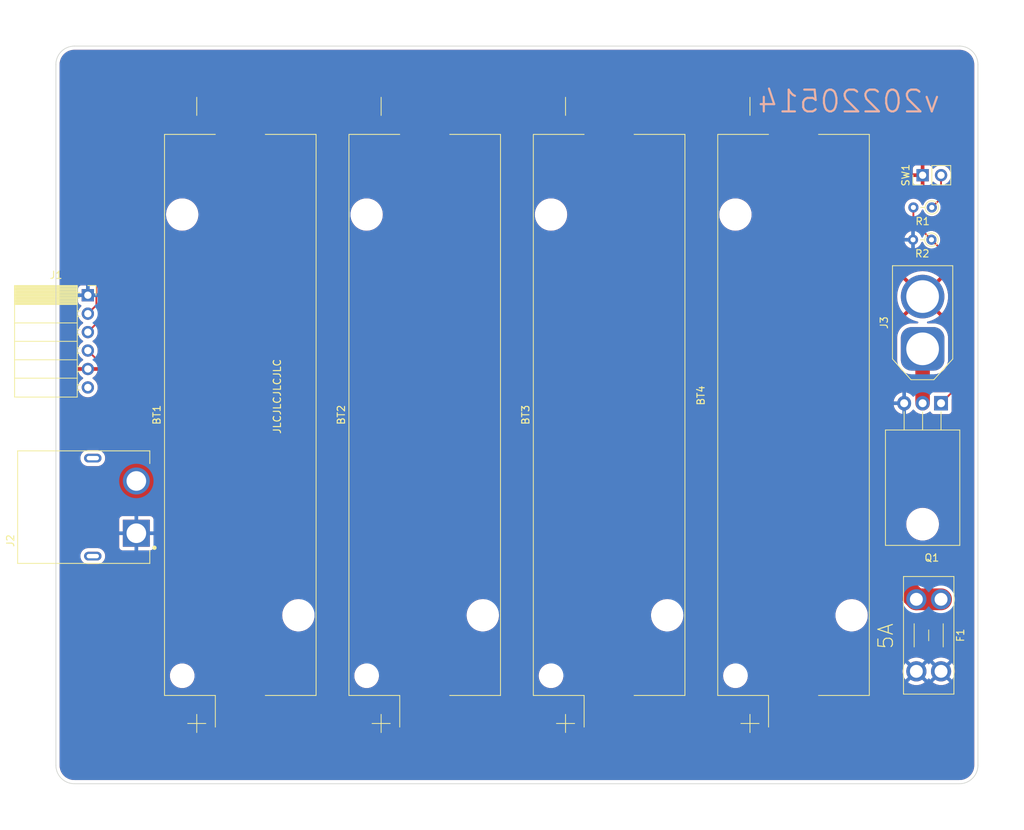
<source format=kicad_pcb>
(kicad_pcb (version 20211014) (generator pcbnew)
  (layers (0 "F.Cu" signal) (31 "B.Cu" signal) (34 "B.Paste" user) (35 "F.Paste" user) (36 "B.SilkS" user "B.Silkscreen") (37 "F.SilkS" user "F.Silkscreen") (38 "B.Mask" user) (39 "F.Mask" user) (44 "Edge.Cuts" user))
  (net 0 "")
  (net 1 "14.8VDC")
  (net 2 "11.1VDC")
  (net 3 "7.4VDC")
  (net 4 "3.7VDC")
  (net 5 "GND")
  (net 6 "HORN_RET")
  (net 7 "Net-(Q1-Pad1)")
  (net 8 "HORN_SW")
  (net 9 "Net-(BT4-Pad2)")
  (footprint "Connector_PinHeader_2.54mm:PinHeader_1x02_P2.54mm_Vertical" (layer "F.Cu") (at 170.18 68.58 90)
    (fp_text reference "SW1" (at 0 -2.33 90) (layer "F.SilkS"))
    (fp_text value "SW_SPST")
    (fp_line (start -1.33 -1.33) (end 0 -1.33) (layer "F.SilkS") (width 0.12))
    (fp_line (start -1.33 3.87) (end 1.33 3.87) (layer "F.SilkS") (width 0.12))
    (fp_line (start -1.33 1.27) (end -1.33 3.87) (layer "F.SilkS") (width 0.12))
    (fp_line (start 1.33 1.27) (end 1.33 3.87) (layer "F.SilkS") (width 0.12))
    (fp_line (start -1.33 1.27) (end 1.33 1.27) (layer "F.SilkS") (width 0.12))
    (fp_line (start -1.33 0) (end -1.33 -1.33) (layer "F.SilkS") (width 0.12))
    (pad "1" thru_hole rect (at 0 0 90) (size 1.7 1.7) (drill 1) (layers *.Cu *.Mask) (net 1 "14.8VDC"))
    (pad "2" thru_hole oval (at 0 2.54 90) (size 1.7 1.7) (drill 1) (layers *.Cu *.Mask) (net 8 "HORN_SW"))
  )
  (footprint "Battery:BatteryHolder_Keystone_1042_1x18650" (layer "F.Cu") (at 152.4 101.6 90)
    (fp_text reference "BT4" (at 2.675 -12.76 90) (layer "F.SilkS"))
    (fp_text value "Battery_Cell")
    (fp_line (start -38.64 -3.44) (end -43 -3.44) (layer "F.SilkS") (width 0.12))
    (fp_line (start -38.64 -10.44) (end -38.64 -3.44) (layer "F.SilkS") (width 0.12))
    (fp_line (start 38.64 10.44) (end -38.64 10.44) (layer "F.SilkS") (width 0.12))
    (fp_line (start -43.75 -6) (end -41.25 -6) (layer "F.SilkS") (width 0.12))
    (fp_line (start 38.64 -10.44) (end -38.64 -10.44) (layer "F.SilkS") (width 0.12))
    (fp_line (start 43.75 -6) (end 41.25 -6) (layer "F.SilkS") (width 0.12))
    (fp_line (start 38.64 -3.44) (end 38.64 -10.42) (layer "F.SilkS") (width 0.12))
    (fp_line (start -42.5 -4.75) (end -42.5 -7.25) (layer "F.SilkS") (width 0.12))
    (fp_line (start -38.64 10.44) (end -38.64 3.44) (layer "F.SilkS") (width 0.12))
    (fp_line (start 38.64 3.44) (end 38.64 10.44) (layer "F.SilkS") (width 0.12))
    (pad "" np_thru_hole circle (at -35.93 -8 90) (size 2.39 2.39) (drill 2.39) (layers *.Cu *.Mask))
    (pad "" np_thru_hole circle (at 27.6 -8 90) (size 3.45 3.45) (drill 3.45) (layers *.Cu *.Mask))
    (pad "" np_thru_hole circle (at -27.6 8 90) (size 3.45 3.45) (drill 3.45) (layers *.Cu *.Mask))
    (pad "1" smd rect (at -39.33 0 90) (size 7.34 6.35) (layers "F.Cu" "F.Paste" "F.Mask") (net 4 "3.7VDC"))
    (pad "2" smd rect (at 39.33 0 90) (size 7.34 6.35) (layers "F.Cu" "F.Paste" "F.Mask") (net 9 "Net-(BT4-Pad2)"))
  )
  (footprint "Connector_PinSocket_2.54mm:PinSocket_1x06_P2.54mm_Horizontal" (layer "F.Cu") (at 55.2 85.115)
    (fp_text reference "J1" (at -4.38 -2.77) (layer "F.SilkS"))
    (fp_text value "Conn_01x06_Female")
    (fp_line (start -1.46 4.72) (end -1.05 4.72) (layer "F.SilkS") (width 0.12))
    (fp_line (start -1.46 12.34) (end -1.05 12.34) (layer "F.SilkS") (width 0.12))
    (fp_line (start -1.46 0.36) (end -1.11 0.36) (layer "F.SilkS") (width 0.12))
    (fp_line (start -10.09 -0.02905) (end -1.46 -0.02905) (layer "F.SilkS") (width 0.12))
    (fp_line (start -10.09 1.1519) (end -1.46 1.1519) (layer "F.SilkS") (width 0.12))
    (fp_line (start -10.09 0.089045) (end -1.46 0.089045) (layer "F.SilkS") (width 0.12))
    (fp_line (start -10.09 0.797615) (end -1.46 0.797615) (layer "F.SilkS") (width 0.12))
    (fp_line (start -10.09 6.35) (end -1.46 6.35) (layer "F.SilkS") (width 0.12))
    (fp_line (start -10.09 1.27) (end -1.46 1.27) (layer "F.SilkS") (width 0.12))
    (fp_line (start -1.46 7.26) (end -1.05 7.26) (layer "F.SilkS") (width 0.12))
    (fp_line (start -10.09 0.20714) (end -1.46 0.20714) (layer "F.SilkS") (width 0.12))
    (fp_line (start -10.09 -0.855715) (end -1.46 -0.855715) (layer "F.SilkS") (width 0.12))
    (fp_line (start -1.46 2.18) (end -1.05 2.18) (layer "F.SilkS") (width 0.12))
    (fp_line (start -1.46 -0.36) (end -1.11 -0.36) (layer "F.SilkS") (width 0.12))
    (fp_line (start -10.09 11.43) (end -1.46 11.43) (layer "F.SilkS") (width 0.12))
    (fp_line (start -10.09 -0.26524) (end -1.46 -0.26524) (layer "F.SilkS") (width 0.12))
    (fp_line (start -1.46 2.9) (end -1.05 2.9) (layer "F.SilkS") (width 0.12))
    (fp_line (start -1.46 7.98) (end -1.05 7.98) (layer "F.SilkS") (width 0.12))
    (fp_line (start -10.09 14.03) (end -1.46 14.03) (layer "F.SilkS") (width 0.12))
    (fp_line (start -1.46 9.8) (end -1.05 9.8) (layer "F.SilkS") (width 0.12))
    (fp_line (start -10.09 0.44333) (end -1.46 0.44333) (layer "F.SilkS") (width 0.12))
    (fp_line (start -10.09 -1.21) (end -1.46 -1.21) (layer "F.SilkS") (width 0.12))
    (fp_line (start -1.46 5.44) (end -1.05 5.44) (layer "F.SilkS") (width 0.12))
    (fp_line (start -10.09 -1.33) (end -1.46 -1.33) (layer "F.SilkS") (width 0.12))
    (fp_line (start -1.46 13.06) (end -1.05 13.06) (layer "F.SilkS") (width 0.12))
    (fp_line (start -10.09 0.325235) (end -1.46 0.325235) (layer "F.SilkS") (width 0.12))
    (fp_line (start -10.09 -1.33) (end -10.09 14.03) (layer "F.SilkS") (width 0.12))
    (fp_line (start -10.09 -0.50143) (end -1.46 -0.50143) (layer "F.SilkS") (width 0.12))
    (fp_line (start -10.09 -0.619525) (end -1.46 -0.619525) (layer "F.SilkS") (width 0.12))
    (fp_line (start -1.46 10.52) (end -1.05 10.52) (layer "F.SilkS") (width 0.12))
    (fp_line (start -10.09 1.033805) (end -1.46 1.033805) (layer "F.SilkS") (width 0.12))
    (fp_line (start -10.09 -0.147145) (end -1.46 -0.147145) (layer "F.SilkS") (width 0.12))
    (fp_line (start -10.09 -0.97381) (end -1.46 -0.97381) (layer "F.SilkS") (width 0.12))
    (fp_line (start -10.09 -0.73762) (end -1.46 -0.73762) (layer "F.SilkS") (width 0.12))
    (fp_line (start -10.09 -1.091905) (end -1.46 -1.091905) (layer "F.SilkS") (width 0.12))
    (fp_line (start -10.09 0.561425) (end -1.46 0.561425) (layer "F.SilkS") (width 0.12))
    (fp_line (start -1.46 -1.33) (end -1.46 14.03) (layer "F.SilkS") (width 0.12))
    (fp_line (start 1.11 -1.33) (end 1.11 0) (layer "F.SilkS") (width 0.12))
    (fp_line (start -10.09 3.81) (end -1.46 3.81) (layer "F.SilkS") (width 0.12))
    (fp_line (start 0 -1.33) (end 1.11 -1.33) (layer "F.SilkS") (width 0.12))
    (fp_line (start -10.09 -0.383335) (end -1.46 -0.383335) (layer "F.SilkS") (width 0.12))
    (fp_line (start -10.09 8.89) (end -1.46 8.89) (layer "F.SilkS") (width 0.12))
    (fp_line (start -10.09 0.67952) (end -1.46 0.67952) (layer "F.SilkS") (width 0.12))
    (fp_line (start -10.09 0.91571) (end -1.46 0.91571) (layer "F.SilkS") (width 0.12))
    (pad "1" thru_hole rect (at 0 0) (size 1.7 1.7) (drill 1) (layers *.Cu *.Mask) (net 5 "GND"))
    (pad "2" thru_hole oval (at 0 2.54) (size 1.7 1.7) (drill 1) (layers *.Cu *.Mask) (net 4 "3.7VDC"))
    (pad "3" thru_hole oval (at 0 5.08) (size 1.7 1.7) (drill 1) (layers *.Cu *.Mask) (net 3 "7.4VDC"))
    (pad "4" thru_hole oval (at 0 7.62) (size 1.7 1.7) (drill 1) (layers *.Cu *.Mask) (net 2 "11.1VDC"))
    (pad "5" thru_hole oval (at 0 10.16) (size 1.7 1.7) (drill 1) (layers *.Cu *.Mask) (net 1 "14.8VDC"))
    (pad "6" thru_hole oval (at 0 12.7) (size 1.7 1.7) (drill 1) (layers *.Cu *.Mask))
  )
  (footprint "Battery:BatteryHolder_Keystone_1042_1x18650" (layer "F.Cu") (at 76.2 101.6 90)
    (fp_text reference "BT1" (at 0 -11.5 90) (layer "F.SilkS"))
    (fp_text value "Battery_Cell")
    (fp_line (start 38.64 -10.44) (end -38.64 -10.44) (layer "F.SilkS") (width 0.12))
    (fp_line (start 38.64 10.44) (end -38.64 10.44) (layer "F.SilkS") (width 0.12))
    (fp_line (start -38.64 -3.44) (end -43 -3.44) (layer "F.SilkS") (width 0.12))
    (fp_line (start -38.64 -10.44) (end -38.64 -3.44) (layer "F.SilkS") (width 0.12))
    (fp_line (start -42.5 -4.75) (end -42.5 -7.25) (layer "F.SilkS") (width 0.12))
    (fp_line (start 38.64 -3.44) (end 38.64 -10.42) (layer "F.SilkS") (width 0.12))
    (fp_line (start -43.75 -6) (end -41.25 -6) (layer "F.SilkS") (width 0.12))
    (fp_line (start 43.75 -6) (end 41.25 -6) (layer "F.SilkS") (width 0.12))
    (fp_line (start -38.64 10.44) (end -38.64 3.44) (layer "F.SilkS") (width 0.12))
    (fp_line (start 38.64 3.44) (end 38.64 10.44) (layer "F.SilkS") (width 0.12))
    (pad "" np_thru_hole circle (at -35.93 -8 90) (size 2.39 2.39) (drill 2.39) (layers *.Cu *.Mask))
    (pad "" np_thru_hole circle (at 27.6 -8 90) (size 3.45 3.45) (drill 3.45) (layers *.Cu *.Mask))
    (pad "" np_thru_hole circle (at -27.6 8 90) (size 3.45 3.45) (drill 3.45) (layers *.Cu *.Mask))
    (pad "1" smd rect (at -39.33 0 90) (size 7.34 6.35) (layers "F.Cu" "F.Paste" "F.Mask") (net 1 "14.8VDC"))
    (pad "2" smd rect (at 39.33 0 90) (size 7.34 6.35) (layers "F.Cu" "F.Paste" "F.Mask") (net 2 "11.1VDC"))
  )
  (footprint "Fuse:Fuseholder_Blade_Mini_Keystone_3568" (layer "F.Cu") (at 172.72 127 -90)
    (fp_text reference "F1" (at 4.96 -2.67 90) (layer "F.SilkS"))
    (fp_text value "10A")
    (fp_line (start -3.14 5.17) (end 13.06 5.17) (layer "F.SilkS") (width 0.12))
    (fp_line (start 13.06 -1.77) (end -3.14 -1.77) (layer "F.SilkS") (width 0.12))
    (fp_line (start 4.21 1.7) (end 5.71 1.7) (layer "F.SilkS") (width 0.12))
    (fp_line (start 3.36 -0.3) (end 6.56 -0.3) (layer "F.SilkS") (width 0.12))
    (fp_line (start 13.06 5.17) (end 13.06 -1.77) (layer "F.SilkS") (width 0.12))
    (fp_line (start 6.56 3.7) (end 3.36 3.7) (layer "F.SilkS") (width 0.12))
    (fp_line (start -3.14 -1.77) (end -3.14 5.17) (layer "F.SilkS") (width 0.12))
    (pad "1" thru_hole circle (at 0 0 270) (size 2.78 2.78) (drill 1.78) (layers *.Cu *.Mask) (net 9 "Net-(BT4-Pad2)"))
    (pad "1" thru_hole circle (at 0 3.4 270) (size 2.78 2.78) (drill 1.78) (layers *.Cu *.Mask) (net 9 "Net-(BT4-Pad2)"))
    (pad "2" thru_hole circle (at 9.92 0 270) (size 2.78 2.78) (drill 1.78) (layers *.Cu *.Mask) (net 5 "GND"))
    (pad "2" thru_hole circle (at 9.92 3.4 270) (size 2.78 2.78) (drill 1.78) (layers *.Cu *.Mask) (net 5 "GND"))
  )
  (footprint "Resistor_THT:R_Axial_DIN0204_L3.6mm_D1.6mm_P2.54mm_Vertical" (layer "F.Cu") (at 171.4 77.47 180)
    (fp_text reference "R2" (at 1.27 -1.92) (layer "F.SilkS"))
    (fp_text value "10k")
    (fp_line (start 0.92 0) (end 1.54 0) (layer "F.SilkS") (width 0.12))
    (fp_circle (center 0 0) (end 0.92 0) (layer "F.SilkS") (width 0.12) (fill none))
    (pad "1" thru_hole circle (at 0 0 180) (size 1.4 1.4) (drill 0.7) (layers *.Cu *.Mask) (net 7 "Net-(Q1-Pad1)"))
    (pad "2" thru_hole oval (at 2.54 0 180) (size 1.4 1.4) (drill 0.7) (layers *.Cu *.Mask) (net 5 "GND"))
  )
  (footprint "Battery:BatteryHolder_Keystone_1042_1x18650" (layer "F.Cu") (at 101.6 101.6 90)
    (fp_text reference "BT2" (at 0 -11.5 90) (layer "F.SilkS"))
    (fp_text value "Battery_Cell")
    (fp_line (start -38.64 -10.44) (end -38.64 -3.44) (layer "F.SilkS") (width 0.12))
    (fp_line (start 38.64 10.44) (end -38.64 10.44) (layer "F.SilkS") (width 0.12))
    (fp_line (start 38.64 3.44) (end 38.64 10.44) (layer "F.SilkS") (width 0.12))
    (fp_line (start -38.64 10.44) (end -38.64 3.44) (layer "F.SilkS") (width 0.12))
    (fp_line (start 38.64 -10.44) (end -38.64 -10.44) (layer "F.SilkS") (width 0.12))
    (fp_line (start -38.64 -3.44) (end -43 -3.44) (layer "F.SilkS") (width 0.12))
    (fp_line (start -43.75 -6) (end -41.25 -6) (layer "F.SilkS") (width 0.12))
    (fp_line (start -42.5 -4.75) (end -42.5 -7.25) (layer "F.SilkS") (width 0.12))
    (fp_line (start 43.75 -6) (end 41.25 -6) (layer "F.SilkS") (width 0.12))
    (fp_line (start 38.64 -3.44) (end 38.64 -10.42) (layer "F.SilkS") (width 0.12))
    (pad "" np_thru_hole circle (at -27.6 8 90) (size 3.45 3.45) (drill 3.45) (layers *.Cu *.Mask))
    (pad "" np_thru_hole circle (at -35.93 -8 90) (size 2.39 2.39) (drill 2.39) (layers *.Cu *.Mask))
    (pad "" np_thru_hole circle (at 27.6 -8 90) (size 3.45 3.45) (drill 3.45) (layers *.Cu *.Mask))
    (pad "1" smd rect (at -39.33 0 90) (size 7.34 6.35) (layers "F.Cu" "F.Paste" "F.Mask") (net 2 "11.1VDC"))
    (pad "2" smd rect (at 39.33 0 90) (size 7.34 6.35) (layers "F.Cu" "F.Paste" "F.Mask") (net 3 "7.4VDC"))
  )
  (footprint "Resistor_THT:R_Axial_DIN0204_L3.6mm_D1.6mm_P2.54mm_Vertical" (layer "F.Cu") (at 171.45 73.025 180)
    (fp_text reference "R1" (at 1.27 -1.92) (layer "F.SilkS"))
    (fp_text value "150")
    (fp_line (start 0.92 0) (end 1.54 0) (layer "F.SilkS") (width 0.12))
    (fp_circle (center 0 0) (end 0.92 0) (layer "F.SilkS") (width 0.12) (fill none))
    (pad "1" thru_hole circle (at 0 0 180) (size 1.4 1.4) (drill 0.7) (layers *.Cu *.Mask) (net 8 "HORN_SW"))
    (pad "2" thru_hole oval (at 2.54 0 180) (size 1.4 1.4) (drill 0.7) (layers *.Cu *.Mask) (net 7 "Net-(Q1-Pad1)"))
  )
  (footprint "Package_TO_SOT_THT:TO-220-3_Horizontal_TabDown" (layer "F.Cu") (at 172.72 99.99 180)
    (fp_text reference "Q1" (at 1.27 -21.295) (layer "F.SilkS"))
    (fp_text value "IRF540N")
    (fp_line (start 0 -3.69) (end 0 -1.15) (layer "F.SilkS") (width 0.12))
    (fp_line (start 5.08 -3.69) (end 5.08 -1.15) (layer "F.SilkS") (width 0.12))
    (fp_line (start -2.58 -19.58) (end -2.58 -3.69) (layer "F.SilkS") (width 0.12))
    (fp_line (start 7.66 -19.58) (end 7.66 -3.69) (layer "F.SilkS") (width 0.12))
    (fp_line (start 2.54 -3.69) (end 2.54 -1.15) (layer "F.SilkS") (width 0.12))
    (fp_line (start -2.58 -19.58) (end 7.66 -19.58) (layer "F.SilkS") (width 0.12))
    (fp_line (start -2.58 -3.69) (end 7.66 -3.69) (layer "F.SilkS") (width 0.12))
    (pad "" np_thru_hole oval (at 2.54 -16.66 180) (size 3.5 3.5) (drill 3.5) (layers *.Cu *.Mask))
    (pad "1" thru_hole rect (at 0 0 180) (size 1.905 2) (drill 1.1) (layers *.Cu *.Mask) (net 7 "Net-(Q1-Pad1)"))
    (pad "2" thru_hole oval (at 2.54 0 180) (size 1.905 2) (drill 1.1) (layers *.Cu *.Mask) (net 6 "HORN_RET"))
    (pad "3" thru_hole oval (at 5.08 0 180) (size 1.905 2) (drill 1.1) (layers *.Cu *.Mask) (net 5 "GND"))
  )
  (footprint "Connector_AMASS:AMASS_XT60-F_1x02_P7.20mm_Vertical" (layer "F.Cu") (at 170.18 92.5 90)
    (fp_text reference "J3" (at 3.6 -5.3 90) (layer "F.SilkS"))
    (fp_text value "Conn_01x02_Male")
    (fp_line (start -4.25 -1.6) (end -4.25 1.55) (layer "F.SilkS") (width 0.12))
    (fp_line (start 11.45 4.15) (end 11.45 -4.15) (layer "F.SilkS") (width 0.12))
    (fp_line (start -1.4 -4.15) (end -4.25 -1.6) (layer "F.SilkS") (width 0.12))
    (fp_line (start 11.45 -4.15) (end -1.4 -4.15) (layer "F.SilkS") (width 0.12))
    (fp_line (start -1.4 4.15) (end 11.45 4.15) (layer "F.SilkS") (width 0.12))
    (fp_line (start -4.25 1.55) (end -1.4 4.15) (layer "F.SilkS") (width 0.12))
    (pad "1" thru_hole roundrect (at 0 0 90) (size 6 6) (drill 4.5) (layers *.Cu *.Mask) (net 6 "HORN_RET"))
    (pad "2" thru_hole circle (at 7.2 0 90) (size 6 6) (drill 4.5) (layers *.Cu *.Mask) (net 1 "14.8VDC"))
  )
  (footprint "Bas:AMASS_XT60PW-M" (layer "F.Cu") (at 55.88 114.3 90)
    (fp_text reference "J2" (at -4.62702 -11.33998 90) (layer "F.SilkS") (effects (font (size 1.000441 1.000441))))
    (fp_text value "Conn_01x02_Male")
    (fp_line (start 7.75 7.85) (end 6 7.85) (layer "F.SilkS") (width 0.127))
    (fp_line (start -7.75 7.85) (end -6 7.85) (layer "F.SilkS") (width 0.127))
    (fp_line (start -7.75 -10.35) (end -7.75 7.85) (layer "F.SilkS") (width 0.127))
    (fp_line (start 7.75 7.85) (end 7.75 -10.35) (layer "F.SilkS") (width 0.127))
    (fp_line (start 7.75 -10.35) (end -7.75 -10.35) (layer "F.SilkS") (width 0.127))
    (fp_circle (center -5.6 8.5) (end -5.45 8.5) (layer "F.SilkS") (width 0.3) (fill none))
    (pad "1" thru_hole rect locked (at -3.6 6 90) (size 3.716 3.716) (drill 2.7) (layers *.Cu *.Mask) (net 5 "GND"))
    (pad "2" thru_hole circle locked (at 3.6 6 90) (size 3.716 3.716) (drill 2.7) (layers *.Cu *.Mask) (net 1 "14.8VDC"))
    (pad "S1" thru_hole oval locked (at -6.75 0 90) (size 1.2 2.4) (drill oval 0.6 1.7) (layers *.Cu *.Mask))
    (pad "S2" thru_hole oval locked (at 6.75 0 90) (size 1.2 2.4) (drill oval 0.6 1.7) (layers *.Cu *.Mask))
  )
  (footprint "Battery:BatteryHolder_Keystone_1042_1x18650" (layer "F.Cu") (at 127 101.6 90)
    (fp_text reference "BT3" (at 0 -11.5 90) (layer "F.SilkS"))
    (fp_text value "Battery_Cell")
    (fp_line (start 38.64 -10.44) (end -38.64 -10.44) (layer "F.SilkS") (width 0.12))
    (fp_line (start -43.75 -6) (end -41.25 -6) (layer "F.SilkS") (width 0.12))
    (fp_line (start 38.64 -3.44) (end 38.64 -10.42) (layer "F.SilkS") (width 0.12))
    (fp_line (start -38.64 -10.44) (end -38.64 -3.44) (layer "F.SilkS") (width 0.12))
    (fp_line (start -42.5 -4.75) (end -42.5 -7.25) (layer "F.SilkS") (width 0.12))
    (fp_line (start -38.64 10.44) (end -38.64 3.44) (layer "F.SilkS") (width 0.12))
    (fp_line (start 43.75 -6) (end 41.25 -6) (layer "F.SilkS") (width 0.12))
    (fp_line (start 38.64 3.44) (end 38.64 10.44) (layer "F.SilkS") (width 0.12))
    (fp_line (start -38.64 -3.44) (end -43 -3.44) (layer "F.SilkS") (width 0.12))
    (fp_line (start 38.64 10.44) (end -38.64 10.44) (layer "F.SilkS") (width 0.12))
    (pad "" np_thru_hole circle (at 27.6 -8 90) (size 3.45 3.45) (drill 3.45) (layers *.Cu *.Mask))
    (pad "" np_thru_hole circle (at -27.6 8 90) (size 3.45 3.45) (drill 3.45) (layers *.Cu *.Mask))
    (pad "" np_thru_hole circle (at -35.93 -8 90) (size 2.39 2.39) (drill 2.39) (layers *.Cu *.Mask))
    (pad "1" smd rect (at -39.33 0 90) (size 7.34 6.35) (layers "F.Cu" "F.Paste" "F.Mask") (net 3 "7.4VDC"))
    (pad "2" smd rect (at 39.33 0 90) (size 7.34 6.35) (layers "F.Cu" "F.Paste" "F.Mask") (net 4 "3.7VDC"))
  )
  (gr_line (start 175.26 152.4) (end 53.34 152.4) (layer "Edge.Cuts") (width 0.1))
  (gr_line (start 50.8 149.86) (end 50.8 53.34) (layer "Edge.Cuts") (width 0.1))
  (gr_arc (start 53.34 152.4) (mid 51.543949 151.656051) (end 50.8 149.86) (layer "Edge.Cuts") (width 0.1))
  (gr_arc (start 50.8 53.34) (mid 51.543949 51.543949) (end 53.34 50.8) (layer "Edge.Cuts") (width 0.1))
  (gr_line (start 177.8 53.34) (end 177.8 149.86) (layer "Edge.Cuts") (width 0.1))
  (gr_arc (start 177.8 149.86) (mid 177.056051 151.656051) (end 175.26 152.4) (layer "Edge.Cuts") (width 0.1))
  (gr_arc (start 175.26 50.8) (mid 177.056051 51.543949) (end 177.8 53.34) (layer "Edge.Cuts") (width 0.1))
  (gr_line (start 53.34 50.8) (end 175.26 50.8) (layer "Edge.Cuts") (width 0.1))
  (gr_text "v20220514" (at 160.02 58.42) (layer "B.SilkS") (effects (font (size 3 3) (thickness 0.3)) (justify mirror)))
  (gr_text "JLCJLCJLCJLC" (at 81.28 99.06 90) (layer "F.SilkS") (effects (font (size 1 1))))
  (gr_text "5A" (at 165.1 132.08 90) (layer "F.SilkS") (effects (font (size 2 2))))
  (segment (start 76.2 113.735) (end 76.2 115.53) (width 0.25) (layer "F.Cu") (net 2))
  (segment (start 82.2525 121.5825) (end 84.475 123.805) (width 3) (layer "F.Cu") (net 2))
  (segment (start 76.2 62.27) (end 76.2 115.53) (width 3) (layer "F.Cu") (net 2))
  (segment (start 55.2 92.735) (end 76.2 113.735) (width 0.25) (layer "F.Cu") (net 2))
  (segment (start 84.475 123.805) (end 101.6 140.93) (width 3) (layer "F.Cu") (net 2))
  (segment (start 76.2 115.53) (end 82.2525 121.5825) (width 3) (layer "F.Cu") (net 2))
  (segment (start 58.42 86.975) (end 58.42 63.5) (width 0.25) (layer "F.Cu") (net 3))
  (segment (start 55.2 90.195) (end 58.42 86.975) (width 0.25) (layer "F.Cu") (net 3))
  (segment (start 66.04 55.88) (end 96.52 55.88) (width 0.25) (layer "F.Cu") (net 3))
  (segment (start 101.6 60.96) (end 101.6 62.27) (width 0.25) (layer "F.Cu") (net 3))
  (segment (start 96.52 55.88) (end 101.6 60.96) (width 0.25) (layer "F.Cu") (net 3))
  (segment (start 101.6 115.53) (end 127 140.93) (width 3) (layer "F.Cu") (net 3))
  (segment (start 101.6 62.27) (end 101.6 115.53) (width 3) (layer "F.Cu") (net 3))
  (segment (start 58.42 63.5) (end 66.04 55.88) (width 0.25) (layer "F.Cu") (net 3))
  (segment (start 55.2 87.655) (end 56.374511 86.480489) (width 0.25) (layer "F.Cu") (net 4))
  (segment (start 56.374511 86.480489) (end 56.374511 63.130509) (width 0.25) (layer "F.Cu") (net 4))
  (segment (start 56.374511 63.130509) (end 64.07454 55.43048) (width 0.25) (layer "F.Cu") (net 4))
  (segment (start 120.16048 55.43048) (end 127 62.27) (width 0.25) (layer "F.Cu") (net 4))
  (segment (start 127 62.27) (end 127 115.53) (width 3) (layer "F.Cu") (net 4))
  (segment (start 152.4 140.93) (end 127 115.53) (width 3) (layer "F.Cu") (net 4))
  (segment (start 64.07454 55.43048) (end 120.16048 55.43048) (width 0.25) (layer "F.Cu") (net 4))
  (segment (start 170.18 92.5) (end 170.18 99.99) (width 2) (layer "F.Cu") (net 6))
  (segment (start 168.91 73.025) (end 168.91 74.98) (width 0.25) (layer "F.Cu") (net 7))
  (segment (start 175.26 97.45) (end 172.72 99.99) (width 0.25) (layer "F.Cu") (net 7))
  (segment (start 171.4 77.47) (end 175.21 81.28) (width 0.25) (layer "F.Cu") (net 7))
  (segment (start 175.26 81.28) (end 175.26 97.45) (width 0.25) (layer "F.Cu") (net 7))
  (segment (start 175.21 81.28) (end 175.26 81.28) (width 0.25) (layer "F.Cu") (net 7))
  (segment (start 168.91 74.98) (end 171.4 77.47) (width 0.25) (layer "F.Cu") (net 7))
  (segment (start 171.45 73.025) (end 172.72 71.755) (width 0.25) (layer "F.Cu") (net 8))
  (segment (start 172.72 71.755) (end 172.72 68.58) (width 0.25) (layer "F.Cu") (net 8))
  (segment (start 152.4 62.27) (end 152.4 110.08) (width 3) (layer "F.Cu") (net 9))
  (segment (start 152.4 110.08) (end 169.32 127) (width 3) (layer "F.Cu") (net 9))
  (segment (start 172.72 127) (end 169.32 127) (width 3) (layer "F.Cu") (net 9))
  (zone (net 1) (net_name "14.8VDC") (layer "F.Cu") (connect_pads (clearance 0.508)) (min_thickness 0.254) (fill yes (thermal_gap 0.508) (thermal_bridge_width 0.508))
    (polygon (pts (xy 184.15 158.75) (xy 44.45 158.75) (xy 44.45 44.45) (xy 184.15 44.45)))
  )
  (zone (net 5) (net_name "GND") (layer "B.Cu") (connect_pads (clearance 0.508)) (min_thickness 0.254) (fill yes (thermal_gap 0.508) (thermal_bridge_width 0.508))
    (polygon (pts (xy 184.15 158.75) (xy 44.45 158.75) (xy 44.45 44.45) (xy 184.15 44.45)))
  )
)
</source>
